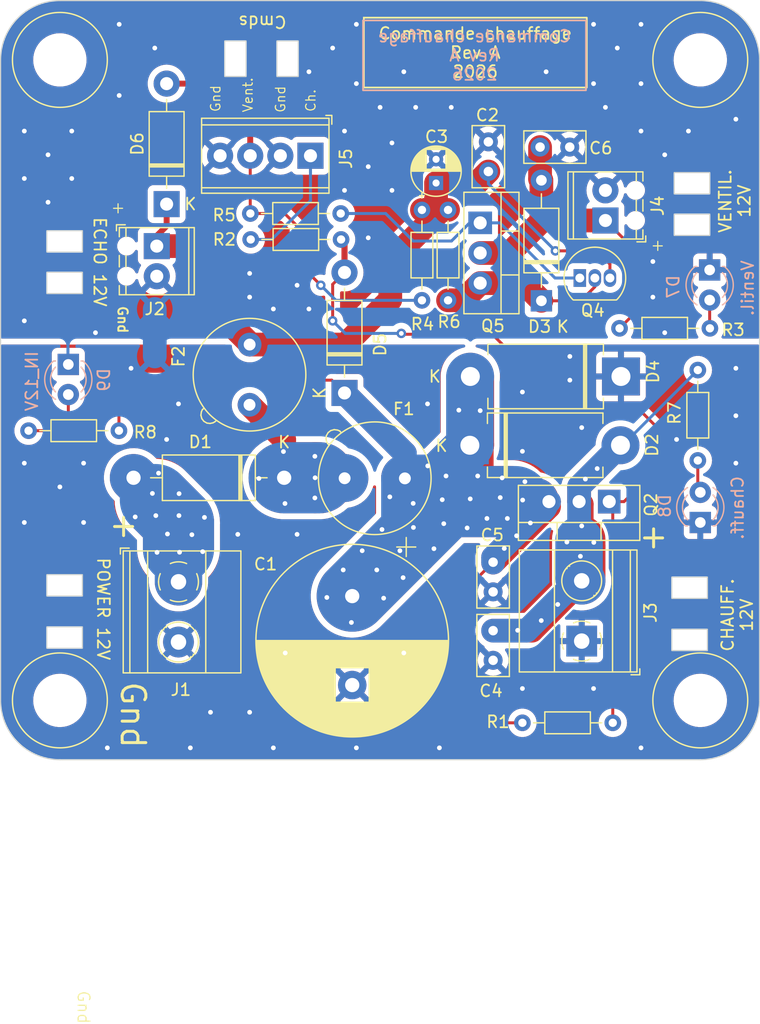
<source format=kicad_pcb>
(kicad_pcb (version 20221018) (generator pcbnew)
  (layers (0 "F.Cu" signal) (31 "B.Cu" signal) (34 "B.Paste" user) (35 "F.Paste" user) (36 "B.SilkS" user "B.Silkscreen") (37 "F.SilkS" user "F.Silkscreen") (38 "B.Mask" user) (39 "F.Mask" user) (44 "Edge.Cuts" user))
  (net 0 "")
  (net 1 "GND")
  (net 2 "POWER_12V")
  (net 3 "Net-(D1-K)")
  (net 4 "Net-(D1-A)")
  (net 5 "Net-(D2-A)")
  (net 6 "Net-(D3-K)")
  (net 7 "Net-(D3-A)")
  (net 8 "CMD_CHAUFFAGE")
  (net 9 "Net-(Q4-C)")
  (net 10 "CMD_VENTIL")
  (net 11 "Net-(D5-A)")
  (net 12 "Net-(D7-A)")
  (net 13 "Net-(D8-A)")
  (net 14 "Net-(D9-A)")
  (net 15 "SMALL_12V")
  (net 16 "GNDPWR")
  (footprint "Capacitor_THT:CP_Radial_D4.0mm_P2.00mm" (layer "F.Cu") (at 140.72 84.38 90)
    (fp_text reference "C3" (at 3.9 0.04) (layer "F.SilkS"))
    (fp_text value "20µ")
    (pad "1" thru_hole rect (at 0 0 90) (size 1.2 1.2) (drill 0.6) (layers "*.Cu" "*.Mask") (net 15 "SMALL_12V"))
    (pad "2" thru_hole circle (at 2 0 90) (size 1.2 1.2) (drill 0.6) (layers "*.Cu" "*.Mask") (net 1 "GND"))
  )
  (footprint "Resistor_THT:R_Axial_DIN0204_L3.6mm_D1.6mm_P7.62mm_Horizontal" (layer "F.Cu") (at 148 129.89)
    (fp_text reference "R1" (at -2.06 -0.08) (layer "F.SilkS"))
    (fp_text value "100k")
    (pad "1" thru_hole circle (at 0 0) (size 1.4 1.4) (drill 0.7) (layers "*.Cu" "*.Mask") (net 2 "POWER_12V"))
    (pad "2" thru_hole oval (at 7.62 0) (size 1.4 1.4) (drill 0.7) (layers "*.Cu" "*.Mask") (net 11 "Net-(D5-A)"))
  )
  (footprint "Capacitor_THT:C_Disc_D5.0mm_W2.5mm_P2.50mm" (layer "F.Cu") (at 145.53 116.35 -90)
    (fp_text reference "C5" (at -2.29 0.07 -180) (layer "F.SilkS"))
    (fp_text value "100n")
    (pad "1" thru_hole circle (at 0 0 270) (size 1.6 1.6) (drill 0.8) (layers "*.Cu" "*.Mask") (net 2 "POWER_12V"))
    (pad "2" thru_hole circle (at 2.5 0 270) (size 1.6 1.6) (drill 0.8) (layers "*.Cu" "*.Mask") (net 16 "GNDPWR"))
  )
  (footprint "TerminalBlock_Phoenix:TerminalBlock_Phoenix_MPT-0,5-4-2.54_1x04_P2.54mm_Horizontal" (layer "F.Cu") (at 130.13 82.08 180)
    (fp_text reference "J5" (at -2.99 -0.24 90) (layer "F.SilkS"))
    (fp_text value "Cmds")
    (pad "1" thru_hole rect (at 0 0 180) (size 2.2 2.2) (drill 1.1) (layers "*.Cu" "*.Mask") (net 8 "CMD_CHAUFFAGE"))
    (pad "2" thru_hole circle (at 2.54 0 180) (size 2.2 2.2) (drill 1.1) (layers "*.Cu" "*.Mask") (net 1 "GND"))
    (pad "3" thru_hole circle (at 5.08 0 180) (size 2.2 2.2) (drill 1.1) (layers "*.Cu" "*.Mask") (net 10 "CMD_VENTIL"))
    (pad "4" thru_hole circle (at 7.62 0 180) (size 2.2 2.2) (drill 1.1) (layers "*.Cu" "*.Mask") (net 1 "GND"))
  )
  (footprint "Resistor_THT:R_Axial_DIN0204_L3.6mm_D1.6mm_P7.62mm_Horizontal" (layer "F.Cu") (at 113.98 105.26 180)
    (fp_text reference "R8" (at -2.22 -0.13) (layer "F.SilkS"))
    (fp_text value "1k")
    (pad "1" thru_hole circle (at 0 0 180) (size 1.4 1.4) (drill 0.7) (layers "*.Cu" "*.Mask") (net 2 "POWER_12V"))
    (pad "2" thru_hole oval (at 7.62 0 180) (size 1.4 1.4) (drill 0.7) (layers "*.Cu" "*.Mask") (net 14 "Net-(D9-A)"))
  )
  (footprint "Package_TO_SOT_THT:TO-220-3_Vertical" (layer "F.Cu") (at 144.44 87.74 -90)
    (fp_text reference "Q5" (at 8.69 -1.07) (layer "F.SilkS"))
    (fp_text value "P03P4L-04")
    (pad "1" thru_hole rect (at 0 0 270) (size 1.905 2) (drill 1.1) (layers "*.Cu" "*.Mask") (net 9 "Net-(Q4-C)"))
    (pad "2" thru_hole oval (at 2.54 0 270) (size 1.905 2) (drill 1.1) (layers "*.Cu" "*.Mask") (net 7 "Net-(D3-A)"))
    (pad "3" thru_hole oval (at 5.08 0 270) (size 1.905 2) (drill 1.1) (layers "*.Cu" "*.Mask") (net 6 "Net-(D3-K)"))
  )
  (footprint "TerminalBlock_Phoenix:TerminalBlock_Phoenix_MKDS-1,5-2-5.08_1x02_P5.08mm_Horizontal" (layer "F.Cu") (at 153 123 90)
    (fp_text reference "J3" (at 2.4 5.8 270) (layer "F.SilkS"))
    (fp_text value "Chauffage 12V")
    (pad "1" thru_hole rect (at 0 0 90) (size 2.6 2.6) (drill 1.3) (layers "*.Cu" "*.Mask") (net 16 "GNDPWR"))
    (pad "2" thru_hole circle (at 5.08 0 90) (size 2.6 2.6) (drill 1.3) (layers "*.Cu" "*.Mask") (net 5 "Net-(D2-A)"))
  )
  (footprint "Capacitor_THT:C_Disc_D5.0mm_W2.5mm_P2.50mm" (layer "F.Cu") (at 145.13 83.41 90)
    (fp_text reference "C2" (at 4.75 -0.08 180) (layer "F.SilkS"))
    (fp_text value "100n")
    (pad "1" thru_hole circle (at 0 0 90) (size 1.6 1.6) (drill 0.8) (layers "*.Cu" "*.Mask") (net 15 "SMALL_12V"))
    (pad "2" thru_hole circle (at 2.5 0 90) (size 1.6 1.6) (drill 0.8) (layers "*.Cu" "*.Mask") (net 1 "GND"))
  )
  (footprint "Resistor_THT:R_Axial_DIN0204_L3.6mm_D1.6mm_P7.62mm_Horizontal" (layer "F.Cu") (at 139.53 86.65 -90)
    (fp_text reference "R4" (at 9.63 -0.04) (layer "F.SilkS"))
    (fp_text value "100k")
    (pad "1" thru_hole circle (at 0 0 270) (size 1.4 1.4) (drill 0.7) (layers "*.Cu" "*.Mask") (net 15 "SMALL_12V"))
    (pad "2" thru_hole oval (at 7.62 0 270) (size 1.4 1.4) (drill 0.7) (layers "*.Cu" "*.Mask") (net 10 "CMD_VENTIL"))
  )
  (footprint "bpc:BPC_Trou4mm_Fixation" (layer "F.Cu") (at 109 128)
    (fp_text reference "X3" hide)
    (fp_text value "Trou")
    (pad "" np_thru_hole circle (at 0 0) (size 4 4) (drill 4) (layers "*.Cu" "*.Mask"))
  )
  (footprint "Diode_THT:D_DO-201AD_P12.70mm_Horizontal" (layer "F.Cu") (at 143.57 106.49)
    (fp_text reference "D2" (at 15.36 -0.02 -90) (layer "F.SilkS"))
    (fp_text value "6A10")
    (fp_text user "K" (at -2.39 0.04) (layer "F.SilkS"))
    (pad "1" thru_hole rect (at 0 0) (size 3.2 3.2) (drill 1.6) (layers "*.Cu" "*.Mask") (net 2 "POWER_12V"))
    (pad "2" thru_hole oval (at 12.7 0) (size 3.2 3.2) (drill 1.6) (layers "*.Cu" "*.Mask") (net 5 "Net-(D2-A)"))
  )
  (footprint "Capacitor_THT:C_Disc_D5.0mm_W2.5mm_P2.50mm" (layer "F.Cu") (at 151.99 81.35 180)
    (fp_text reference "C6" (at -2.62 -0.09) (layer "F.SilkS"))
    (fp_text value "100n")
    (pad "1" thru_hole circle (at 0 0 180) (size 1.6 1.6) (drill 0.8) (layers "*.Cu" "*.Mask") (net 1 "GND"))
    (pad "2" thru_hole circle (at 2.5 0 180) (size 1.6 1.6) (drill 0.8) (layers "*.Cu" "*.Mask") (net 7 "Net-(D3-A)"))
  )
  (footprint "Capacitor_THT:C_Disc_D5.0mm_W2.5mm_P2.50mm" (layer "F.Cu") (at 145.53 124.62 90)
    (fp_text reference "C4" (at -2.58 -0.18 180) (layer "F.SilkS"))
    (fp_text value "100n")
    (pad "1" thru_hole circle (at 0 0 90) (size 1.6 1.6) (drill 0.8) (layers "*.Cu" "*.Mask") (net 16 "GNDPWR"))
    (pad "2" thru_hole circle (at 2.5 0 90) (size 1.6 1.6) (drill 0.8) (layers "*.Cu" "*.Mask") (net 5 "Net-(D2-A)"))
  )
  (footprint "bpc:BPC_Trou4mm_Fixation" (layer "F.Cu") (at 163 128)
    (fp_text reference "X4" hide)
    (fp_text value "Trou")
    (pad "" np_thru_hole circle (at 0 0) (size 4 4) (drill 4) (layers "*.Cu" "*.Mask"))
  )
  (footprint "Resistor_THT:R_Axial_DIN0204_L3.6mm_D1.6mm_P7.62mm_Horizontal" (layer "F.Cu") (at 141.73 94.27 90)
    (fp_text reference "R6" (at -1.81 0.09) (layer "F.SilkS"))
    (fp_text value "30")
    (pad "1" thru_hole circle (at 0 0 90) (size 1.4 1.4) (drill 0.7) (layers "*.Cu" "*.Mask") (net 6 "Net-(D3-K)"))
    (pad "2" thru_hole oval (at 7.62 0 90) (size 1.4 1.4) (drill 0.7) (layers "*.Cu" "*.Mask") (net 15 "SMALL_12V"))
  )
  (footprint "TerminalBlock_Phoenix:TerminalBlock_Phoenix_MKDS-1,5-2-5.08_1x02_P5.08mm_Horizontal" (layer "F.Cu") (at 119 118 -90)
    (fp_text reference "J1" (at 9.1 -0.2) (layer "F.SilkS"))
    (fp_text value "Alim 12V")
    (pad "1" thru_hole rect (at 0 0 270) (size 2.6 2.6) (drill 1.3) (layers "*.Cu" "*.Mask") (net 4 "Net-(D1-A)"))
    (pad "2" thru_hole circle (at 5.08 0 270) (size 2.6 2.6) (drill 1.3) (layers "*.Cu" "*.Mask") (net 16 "GNDPWR"))
  )
  (footprint "Fuse:Fuseholder_TR5_Littelfuse_No560_No460" (layer "F.Cu") (at 138.09 109.28 180)
    (fp_text reference "F1" (at 0.09 5.85 180) (layer "F.SilkS"))
    (fp_text value "7A")
    (pad "1" thru_hole circle (at 0 0 180) (size 2 2) (drill 1) (layers "*.Cu" "*.Mask") (net 2 "POWER_12V"))
    (pad "2" thru_hole circle (at 5.08 0.01 180) (size 2 2) (drill 1) (layers "*.Cu" "*.Mask") (net 3 "Net-(D1-K)"))
  )
  (footprint "Resistor_THT:R_Axial_DIN0204_L3.6mm_D1.6mm_P7.62mm_Horizontal" (layer "F.Cu") (at 125.09 89.14)
    (fp_text reference "R2" (at -2.22 0) (layer "F.SilkS"))
    (fp_text value "220")
    (pad "1" thru_hole circle (at 0 0) (size 1.4 1.4) (drill 0.7) (layers "*.Cu" "*.Mask") (net 8 "CMD_CHAUFFAGE"))
    (pad "2" thru_hole oval (at 7.62 0) (size 1.4 1.4) (drill 0.7) (layers "*.Cu" "*.Mask") (net 11 "Net-(D5-A)"))
  )
  (footprint "Fuse:Fuseholder_TR5_Littelfuse_No560_No460" (layer "F.Cu") (at 125 98 -90)
    (fp_text reference "F2" (at 1 6 90) (layer "F.SilkS"))
    (fp_text value "500mA")
    (pad "1" thru_hole circle (at 0 0 270) (size 2 2) (drill 1) (layers "*.Cu" "*.Mask") (net 15 "SMALL_12V"))
    (pad "2" thru_hole circle (at 5.08 0.01 270) (size 2 2) (drill 1) (layers "*.Cu" "*.Mask") (net 3 "Net-(D1-K)"))
  )
  (footprint "Package_TO_SOT_THT:TO-220-3_Vertical" (layer "F.Cu") (at 155.32 111.24 180)
    (fp_text reference "Q2" (at -3.52 -0.26 90) (layer "F.SilkS"))
    (fp_text value "P03P4L-04")
    (pad "1" thru_hole rect (at 0 0 180) (size 1.905 2) (drill 1.1) (layers "*.Cu" "*.Mask") (net 11 "Net-(D5-A)"))
    (pad "2" thru_hole oval (at 2.54 0 180) (size 1.905 2) (drill 1.1) (layers "*.Cu" "*.Mask") (net 5 "Net-(D2-A)"))
    (pad "3" thru_hole oval (at 5.08 0 180) (size 1.905 2) (drill 1.1) (layers "*.Cu" "*.Mask") (net 2 "POWER_12V"))
  )
  (footprint "Resistor_THT:R_Axial_DIN0204_L3.6mm_D1.6mm_P7.62mm_Horizontal" (layer "F.Cu") (at 156.19 96.63)
    (fp_text reference "R3" (at 9.58 0.13 180) (layer "F.SilkS"))
    (fp_text value "1k")
    (pad "1" thru_hole circle (at 0 0) (size 1.4 1.4) (drill 0.7) (layers "*.Cu" "*.Mask") (net 7 "Net-(D3-A)"))
    (pad "2" thru_hole oval (at 7.62 0) (size 1.4 1.4) (drill 0.7) (layers "*.Cu" "*.Mask") (net 12 "Net-(D7-A)"))
  )
  (footprint "bpc:BPC_Trou4mm_Fixation" (layer "F.Cu") (at 109 74)
    (fp_text reference "X1" hide)
    (fp_text value "Trou")
    (pad "" np_thru_hole circle (at 0 0) (size 4 4) (drill 4) (layers "*.Cu" "*.Mask"))
  )
  (footprint "TerminalBlock_Phoenix:TerminalBlock_Phoenix_MPT-0,5-2-2.54_1x02_P2.54mm_Horizontal" (layer "F.Cu") (at 155 87.54 90)
    (fp_text reference "J4" (at 1.24 4.4 270) (layer "F.SilkS"))
    (fp_text value "Ventil 12V" hide)
    (pad "" np_thru_hole circle (at 0 2.54 90) (size 1.1 1.1) (drill 1.1) (layers "*.Cu" "*.Mask"))
    (pad "" np_thru_hole circle (at 2.54 2.54 90) (size 1.1 1.1) (drill 1.1) (layers "*.Cu" "*.Mask"))
    (pad "1" thru_hole rect (at 0 0 90) (size 2.2 2.2) (drill 1.1) (layers "*.Cu" "*.Mask") (net 7 "Net-(D3-A)"))
    (pad "2" thru_hole circle (at 2.54 0 90) (size 2.2 2.2) (drill 1.1) (layers "*.Cu" "*.Mask") (net 1 "GND"))
  )
  (footprint "Resistor_THT:R_Axial_DIN0204_L3.6mm_D1.6mm_P7.62mm_Horizontal" (layer "F.Cu") (at 162.79 100.15 -90)
    (fp_text reference "R7" (at 3.62 1.97 90) (layer "F.SilkS"))
    (fp_text value "1k")
    (pad "1" thru_hole circle (at 0 0 270) (size 1.4 1.4) (drill 0.7) (layers "*.Cu" "*.Mask") (net 5 "Net-(D2-A)"))
    (pad "2" thru_hole oval (at 7.62 0 270) (size 1.4 1.4) (drill 0.7) (layers "*.Cu" "*.Mask") (net 13 "Net-(D8-A)"))
  )
  (footprint "Diode_THT:D_A-405_P10.16mm_Horizontal" (layer "F.Cu") (at 149.6 94.31 90)
    (fp_text reference "D3" (at -2.18 -0.15 180) (layer "F.SilkS"))
    (fp_text value "1N5822")
    (fp_text user "K" (at -2.18 1.8 180) (layer "F.SilkS"))
    (pad "1" thru_hole rect (at 0 0 90) (size 1.8 1.8) (drill 0.9) (layers "*.Cu" "*.Mask") (net 6 "Net-(D3-K)"))
    (pad "2" thru_hole oval (at 10.16 0 90) (size 1.8 1.8) (drill 0.9) (layers "*.Cu" "*.Mask") (net 7 "Net-(D3-A)"))
  )
  (footprint "Diode_THT:D_DO-201AD_P12.70mm_Horizontal" (layer "F.Cu") (at 156.31 100.69 180)
    (fp_text reference "D4" (at -2.7 0.41 90) (layer "F.SilkS"))
    (fp_text value "P6KE18A")
    (fp_text user "K" (at 15.7 0) (layer "F.SilkS"))
    (pad "1" thru_hole rect (at 0 0 180) (size 3.2 3.2) (drill 1.6) (layers "*.Cu" "*.Mask") (net 16 "GNDPWR"))
    (pad "2" thru_hole oval (at 12.7 0 180) (size 3.2 3.2) (drill 1.6) (layers "*.Cu" "*.Mask") (net 2 "POWER_12V"))
  )
  (footprint "TerminalBlock_Phoenix:TerminalBlock_Phoenix_MPT-0,5-2-2.54_1x02_P2.54mm_Horizontal" (layer "F.Cu") (at 117.17 89.7 -90)
    (fp_text reference "J2" (at 5.3 0.17) (layer "F.SilkS"))
    (fp_text value "Output 12V/500mA")
    (pad "" np_thru_hole circle (at 0 2.54 270) (size 1.1 1.1) (drill 1.1) (layers "*.Cu" "*.Mask"))
    (pad "" np_thru_hole circle (at 2.54 2.54 270) (size 1.1 1.1) (drill 1.1) (layers "*.Cu" "*.Mask"))
    (pad "1" thru_hole rect (at 0 0 270) (size 2.2 2.2) (drill 1.1) (layers "*.Cu" "*.Mask") (net 15 "SMALL_12V"))
    (pad "2" thru_hole circle (at 2.54 0 270) (size 2.2 2.2) (drill 1.1) (layers "*.Cu" "*.Mask") (net 1 "GND"))
  )
  (footprint "Resistor_THT:R_Axial_DIN0204_L3.6mm_D1.6mm_P7.62mm_Horizontal" (layer "F.Cu") (at 125.06 86.95)
    (fp_text reference "R5" (at -2.21 0.14) (layer "F.SilkS"))
    (fp_text value "5k")
    (pad "1" thru_hole circle (at 0 0) (size 1.4 1.4) (drill 0.7) (layers "*.Cu" "*.Mask") (net 10 "CMD_VENTIL"))
    (pad "2" thru_hole oval (at 7.62 0) (size 1.4 1.4) (drill 0.7) (layers "*.Cu" "*.Mask") (net 9 "Net-(Q4-C)"))
  )
  (footprint "Package_TO_SOT_THT:TO-92_Inline" (layer "F.Cu") (at 152.84 92.39)
    (fp_text reference "Q4" (at 1.09 2.74) (layer "F.SilkS"))
    (fp_text value "BC557")
    (pad "1" thru_hole rect (at 0 0) (size 1.05 1.5) (drill 0.75) (layers "*.Cu" "*.Mask") (net 9 "Net-(Q4-C)"))
    (pad "2" thru_hole oval (at 1.27 0) (size 1.05 1.5) (drill 0.75) (layers "*.Cu" "*.Mask") (net 6 "Net-(D3-K)"))
    (pad "3" thru_hole oval (at 2.54 0) (size 1.05 1.5) (drill 0.75) (layers "*.Cu" "*.Mask") (net 15 "SMALL_12V"))
  )
  (footprint "Diode_THT:D_DO-41_SOD81_P10.16mm_Horizontal" (layer "F.Cu") (at 118 86.16 90)
    (fp_text reference "D6" (at 5.08 -2.47 90) (layer "F.SilkS"))
    (fp_text value "1N4744A")
    (fp_text user "K" (at 0 2 180) (layer "F.SilkS"))
    (pad "1" thru_hole rect (at 0 0 90) (size 2.2 2.2) (drill 1.1) (layers "*.Cu" "*.Mask") (net 15 "SMALL_12V"))
    (pad "2" thru_hole oval (at 10.16 0 90) (size 2.2 2.2) (drill 1.1) (layers "*.Cu" "*.Mask") (net 10 "CMD_VENTIL"))
  )
  (footprint "Diode_THT:D_DO-15_P12.70mm_Horizontal" (layer "F.Cu") (at 127.91 109.23 180)
    (fp_text reference "D1" (at 7.07 3.02) (layer "F.SilkS"))
    (fp_text value "SR1060")
    (fp_text user "K" (at 0 3) (layer "F.SilkS"))
    (pad "1" thru_hole rect (at 0 0 180) (size 2.4 2.4) (drill 1.2) (layers "*.Cu" "*.Mask") (net 3 "Net-(D1-K)"))
    (pad "2" thru_hole oval (at 12.7 0 180) (size 2.4 2.4) (drill 1.2) (layers "*.Cu" "*.Mask") (net 4 "Net-(D1-A)"))
  )
  (footprint "Capacitor_THT:CP_Radial_D16.0mm_P7.50mm" (layer "F.Cu") (at 133.65 119.207246 -90)
    (fp_text reference "C1" (at -2.69 7.31) (layer "F.SilkS"))
    (fp_text value "1000µF")
    (pad "1" thru_hole rect (at 0 0 270) (size 2.4 2.4) (drill 1.2) (layers "*.Cu" "*.Mask") (net 2 "POWER_12V"))
    (pad "2" thru_hole circle (at 7.5 0 270) (size 2.4 2.4) (drill 1.2) (layers "*.Cu" "*.Mask") (net 16 "GNDPWR"))
  )
  (footprint "bpc:BPC_Trou4mm_Fixation" (layer "F.Cu") (at 163 74)
    (fp_text reference "X2" hide)
    (fp_text value "Trou")
    (pad "" np_thru_hole circle (at 0 0) (size 4 4) (drill 4) (layers "*.Cu" "*.Mask"))
  )
  (footprint "Diode_THT:D_DO-41_SOD81_P10.16mm_Horizontal" (layer "F.Cu") (at 133 102.08 90)
    (fp_text reference "D5" (at 4.08 3 90) (layer "F.SilkS"))
    (fp_text value "1N4744A")
    (fp_text user "K" (at 0 -2.1 90) (layer "F.SilkS"))
    (pad "1" thru_hole rect (at 0 0 90) (size 2.2 2.2) (drill 1.1) (layers "*.Cu" "*.Mask") (net 2 "POWER_12V"))
    (pad "2" thru_hole oval (at 10.16 0 90) (size 2.2 2.2) (drill 1.1) (layers "*.Cu" "*.Mask") (net 11 "Net-(D5-A)"))
  )
  (footprint "LED_THT:LED_D3.0mm" (layer "B.Cu") (at 163 113 90)
    (fp_text reference "D8" (at 1.39 -3 90) (layer "B.SilkS") (effects (justify mirror)))
    (fp_text value "LED")
    (pad "1" thru_hole rect (at 0 0 90) (size 1.8 1.8) (drill 0.9) (layers "*.Cu" "*.Mask") (net 16 "GNDPWR"))
    (pad "2" thru_hole circle (at 2.54 0 90) (size 1.8 1.8) (drill 0.9) (layers "*.Cu" "*.Mask") (net 13 "Net-(D8-A)"))
  )
  (footprint "LED_THT:LED_D3.0mm" (layer "B.Cu") (at 163.79 91.71 -90)
    (fp_text reference "D7" (at 1.42 3.07 90) (layer "B.SilkS") (effects (justify mirror)))
    (fp_text value "LED")
    (pad "1" thru_hole rect (at 0 0 270) (size 1.8 1.8) (drill 0.9) (layers "*.Cu" "*.Mask") (net 1 "GND"))
    (pad "2" thru_hole circle (at 2.54 0 270) (size 1.8 1.8) (drill 0.9) (layers "*.Cu" "*.Mask") (net 12 "Net-(D7-A)"))
  )
  (footprint "NetTie:NetTie-2_SMD_Pad2.0mm" (layer "B.Cu") (at 117 97 -90)
    (fp_text reference "NT1" hide)
    (fp_text value "NetTie_2" hide)
    (fp_poly (pts (xy -2 1) (xy 2 1) (xy 2 -1) (xy -2 -1)) (fill solid) (layer "B.Cu"))
    (pad "1" smd circle (at -2 0 270) (size 2 2) (layers "B.Cu") (net 1 "GND"))
    (pad "2" smd circle (at 2 0 270) (size 2 2) (layers "B.Cu") (net 16 "GNDPWR"))
  )
  (footprint "LED_THT:LED_D3.0mm" (layer "B.Cu") (at 109.71 99.675 -90)
    (fp_text reference "D9" (at 1.3 -3 90) (layer "B.SilkS") (effects (justify mirror)))
    (fp_text value "LED")
    (pad "1" thru_hole rect (at 0 0 270) (size 1.8 1.8) (drill 0.9) (layers "*.Cu" "*.Mask") (net 1 "GND"))
    (pad "2" thru_hole circle (at 2.54 0 270) (size 1.8 1.8) (drill 0.9) (layers "*.Cu" "*.Mask") (net 14 "Net-(D9-A)"))
  )
  (gr_arc (start 163 69) (mid 166.535534 70.464466) (end 168 74) (stroke (width 0.1)) (layer "Edge.Cuts"))
  (gr_rect (start 122.9 75.4) (end 124.7 72.4) (stroke (width 0.1)) (fill none) (layer "Edge.Cuts"))
  (gr_arc (start 109 133) (mid 105.464466 131.535534) (end 104 128) (stroke (width 0.1)) (layer "Edge.Cuts"))
  (gr_line (start 163 69) (end 109 69) (stroke (width 0.1)) (layer "Edge.Cuts"))
  (gr_rect (start 107.9 88.4) (end 110.9 90.2) (stroke (width 0.1)) (fill none) (layer "Edge.Cuts"))
  (gr_line (start 109 133) (end 163 133) (stroke (width 0.1)) (layer "Edge.Cuts"))
  (gr_line (start 104 74) (end 104 128) (stroke (width 0.1)) (layer "Edge.Cuts"))
  (gr_rect (start 160.8 87) (end 163.8 88.8) (stroke (width 0.1)) (fill none) (layer "Edge.Cuts"))
  (gr_rect (start 107.9 91.9) (end 110.9 93.7) (stroke (width 0.1)) (fill none) (layer "Edge.Cuts"))
  (gr_rect (start 127.3 75.4) (end 129.1 72.4) (stroke (width 0.1)) (fill none) (layer "Edge.Cuts"))
  (gr_rect (start 160.6 122) (end 163.6 123.8) (stroke (width 0.1)) (fill none) (layer "Edge.Cuts"))
  (gr_rect (start 160.8 83.5) (end 163.8 85.3) (stroke (width 0.1)) (fill none) (layer "Edge.Cuts"))
  (gr_line (start 168 128) (end 168 74) (stroke (width 0.1)) (layer "Edge.Cuts"))
  (gr_arc (start 104 74) (mid 105.464466 70.464466) (end 109 69) (stroke (width 0.1)) (layer "Edge.Cuts"))
  (gr_rect (start 160.6 117.6) (end 163.6 119.4) (stroke (width 0.1)) (fill none) (layer "Edge.Cuts"))
  (gr_rect (start 107.9 121.8) (end 110.9 123.6) (stroke (width 0.1)) (fill none) (layer "Edge.Cuts"))
  (gr_rect (start 107.9 117.4) (end 110.9 119.2) (stroke (width 0.1)) (fill none) (layer "Edge.Cuts"))
  (gr_arc (start 168 128) (mid 166.535534 131.535534) (end 163 133) (stroke (width 0.1)) (layer "Edge.Cuts"))
  (gr_text "IN_12V" (at 107.22 98.46 -270) (layer "B.SilkS") (effects (font (size 1 1)) (justify left bottom mirror)))
  (gr_text "Ventil." (at 167.58 90.81 90) (layer "B.SilkS") (effects (font (size 1 1)) (justify left bottom mirror)))
  (gr_text "Chauff." (at 166.73 109 90) (layer "B.SilkS") (effects (font (size 1 1)) (justify left bottom mirror)))
  (gr_text "Gnd" (at 128.07 78.51 90) (layer "F.SilkS") (effects (font (size 0.8 0.8) (thickness 0.1)) (justify left bottom)))
  (gr_text "Gnd" (at 113.82 94.67 -90) (layer "F.SilkS") (effects (font (size 0.8 0.8) (thickness 0.16) bold) (justify left bottom)))
  (gr_text "ECHO 12V" (at 111.78 87.17 270) (layer "F.SilkS") (effects (font (size 1 1)) (justify left bottom)))
  (gr_text "Gnd" (at 122.6 78.45 90) (layer "F.SilkS") (effects (font (size 0.8 0.8) (thickness 0.1)) (justify left bottom)))
  (gr_text "VENTIL.\n12V" (at 167.3 85.9 90) (layer "F.SilkS") (effects (font (size 1 1)) (justify bottom)))
  (gr_text "Gnd" (at 113.99 126.25 -90) (layer "F.SilkS") (effects (font (size 2 2) (thickness 0.25)) (justify left bottom)))
  (gr_text "Vent." (at 125.32 78.48 90) (layer "F.SilkS") (effects (font (size 0.8 0.8) (thickness 0.1)) (justify left bottom)))
  (gr_text "Gnd" (at 110.41 152.4 -90) (layer "F.SilkS") (effects (font (size 1 1) (thickness 0.1)) (justify left bottom)))
  (gr_text "CHAUFF.\n12V" (at 167.5 120.8 90) (layer "F.SilkS") (effects (font (size 1 1)) (justify bottom)))
  (gr_text "+" (at 158.73 90.19) (layer "F.SilkS") (effects (font (size 1 1) (thickness 0.1)) (justify left bottom)))
  (gr_text "POWER 12V" (at 112.08 115.88 270) (layer "F.SilkS") (effects (font (size 1 1)) (justify left bottom)))
  (gr_text "+" (at 157.66 115.32) (layer "F.SilkS") (effects (font (size 2 2) (thickness 0.25)) (justify left bottom)))
  (gr_text "Cmds" (at 128.2 70.2 180) (layer "F.SilkS") (effects (font (size 1 1)) (justify left bottom)))
  (gr_text "Ch." (at 130.62 78.44 90) (layer "F.SilkS") (effects (font (size 0.8 0.8) (thickness 0.1)) (justify left bottom)))
  (gr_text "+" (at 113.22 87.02) (layer "F.SilkS") (effects (font (size 1 1) (thickness 0.1)) (justify left bottom)))
  (gr_text "+" (at 112.97 114.36) (layer "F.SilkS") (effects (font (size 2 2) (thickness 0.25)) (justify left bottom)))
  (gr_text_box "Commande chauffage\nRev A\n2026" (start 153.36 70.67) (end 134.56 76.56) (layer "B.SilkS") (effects (font (size 1 1)) (justify top mirror)) (stroke (width 0.15)))
  (gr_text_box "Commande chauffage\nRev A\n2026" (start 134.63 70.44) (end 153.43 76.33) (layer "F.SilkS") (effects (font (size 1 1)) (justify top)) (stroke (width 0.15)))
  (via (at 155 78) (size 0.8) (drill 0.4) (layers "F.Cu" "B.Cu") (net 1))
  (via (at 110 80) (size 0.8) (drill 0.4) (layers "F.Cu" "B.Cu") (net 1))
  (via (at 159 91) (size 0.8) (drill 0.4) (layers "F.Cu" "B.Cu") (net 1))
  (via (at 106 96) (size 0.8) (drill 0.4) (layers "F.Cu" "B.Cu") (net 1))
  (via (at 135 83) (size 0.8) (drill 0.4) (layers "F.Cu" "B.Cu") (net 1))
  (via (at 136 78) (size 0.8) (drill 0.4) (layers "F.Cu" "B.Cu") (net 1))
  (via (at 154 71) (size 0.8) (drill 0.4) (layers "F.Cu" "B.Cu") (net 1))
  (via (at 135 89) (size 0.8) (drill 0.4) (layers "F.Cu" "B.Cu") (net 1))
  (via (at 108 82) (size 0.8) (drill 0.4) (layers "F.Cu" "B.Cu") (net 1))
  (via (at 137 81) (size 0.8) (drill 0.4) (layers "F.Cu" "B.Cu") (net 1))
  (via (at 117 73) (size 0.8) (drill 0.4) (layers "F.Cu" "B.Cu") (net 1))
  (via (at 158 76) (size 0.8) (drill 0.4) (layers "F.Cu" "B.Cu") (net 1))
  (via (at 130 75) (size 0.8) (drill 0.4) (layers "F.Cu" "B.Cu") (net 1))
  (via (at 160 97) (size 0.8) (drill 0.4) (layers "F.Cu" "B.Cu") (net 1))
  (via (at 158 80) (size 0.8) (drill 0.4) (layers "F.Cu" "B.Cu") (net 1))
  (via (at 106 84) (size 0.8) (drill 0.4) (layers "F.Cu" "B.Cu") (net 1))
  (via (at 142 78) (size 0.8) (drill 0.4) (layers "F.Cu" "B.Cu") (net 1))
  (via (at 166 79) (size 0.8) (drill 0.4) (layers "F.Cu" "B.Cu") (net 1))
  (via (at 114 77) (size 0.8) (drill 0.4) (layers "F.Cu" "B.Cu") (net 1))
  (via (at 112 97) (size 0.8) (drill 0.4) (layers "F.Cu" "B.Cu") (net 1))
  (via (at 133 80) (size 0.8) (drill 0.4) (layers "F.Cu" "B.Cu") (net 1))
  (via (at 127 95) (size 0.8) (drill 0.4) (layers "F.Cu" "B.Cu") (net 1))
  (via (at 110 84) (size 0.8) (drill 0.4) (layers "F.Cu" "B.Cu") (net 1))
  (via (at 139 78) (size 0.8) (drill 0.4) (layers "F.Cu" "B.Cu") (net 1))
  (via (at 132 73) (size 0.8) (drill 0.4) (layers "F.Cu" "B.Cu") (net 1))
  (via (at 160 82) (size 0.8) (drill 0.4) (layers "F.Cu" "B.Cu") (net 1))
  (via (at 156 73) (size 0.8) (drill 0.4) (layers "F.Cu" "B.Cu") (net 1))
  (via (at 129 93) (size 0.8) (drill 0.4) (layers "F.Cu" "B.Cu") (net 1))
  (via (at 159 94) (size 0.8) (drill 0.4) (layers "F.Cu" "B.Cu") (net 1))
  (via (at 138 75) (size 0.8) (drill 0.4) (layers "F.Cu" "B.Cu") (net 1))
  (via (at 150 75) (size 0.8) (drill 0.4) (layers "F.Cu" "B.Cu") (net 1))
  (via (at 108 86) (size 0.8) (drill 0.4) (layers "F.Cu" "B.Cu") (net 1))
  (via (at 154 76) (size 0.8) (drill 0.4) (layers "F.Cu" "B.Cu") (net 1))
  (via (at 158 71) (size 0.8) (drill 0.4) (layers "F.Cu" "B.Cu") (net 1))
  (via (at 133 85) (size 0.8) (drill 0.4) (layers "F.Cu" "B.Cu") (net 1))
  (via (at 162 80) (size 0.8) (drill 0.4) (layers "F.Cu" "B.Cu") (net 1))
  (via (at 130 95) (size 0.8) (drill 0.4) (layers "F.Cu" "B.Cu") (net 1))
  (via (at 134 71) (size 0.8) (drill 0.4) (layers "F.Cu" "B.Cu") (net 1))
  (via (at 114 71) (size 0.8) (drill 0.4) (layers "F.Cu" "B.Cu") (net 1))
  (via (at 125 92) (size 0.8) (drill 0.4) (layers "F.Cu" "B.Cu") (net 1))
  (via (at 106 80) (size 0.8) (drill 0.4) (layers "F.Cu" "B.Cu") (net 1))
  (via (at 125 94) (size 0.8) (drill 0.4) (layers "F.Cu" "B.Cu") (net 1))
  (via (at 134 76) (size 0.8) (drill 0.4) (layers "F.Cu" "B.Cu") (net 1))
  (via (at 137 85) (size 0.8) (drill 0.4) (layers "F.Cu" "B.Cu") (net 1))
  (segment (start 109.71 99.675) (end 109.68 99.645) (width 0.25) (layer "B.Cu") (net 1))
  (segment (start 109.68 99.645) (end 109.68 96) (width 0.25) (layer "B.Cu") (net 1))
  (segment (start 109.68 96) (end 109.68 95.57) (width 0.25) (layer "B.Cu") (net 1))
  (segment (start 150.24 111.24) (end 149.09 111.24) (width 2) (layer "F.Cu") (net 2))
  (segment (start 143.61 106.45) (end 143.57 106.49) (width 4) (layer "F.Cu") (net 2))
  (segment (start 150.24 111.67) (end 145.53 116.38) (width 2) (layer "F.Cu") (net 2))
  (segment (start 143.57 109.287246) (end 133.65 119.207246) (width 4) (layer "F.Cu") (net 2))
  (segment (start 141.45 127.29) (end 141.45 120.43) (width 0.25) (layer "F.Cu") (net 2))
  (segment (start 113.98 103) (end 113.98 105.26) (width 0.25) (layer "F.Cu") (net 2))
  (segment (start 138.158623 114.698623) (end 141.617246 111.24) (width 6) (layer "F.Cu") (net 2))
  (segment (start 138.09 109.28) (end 138.158623 109.348623) (width 4) (layer "F.Cu") (net 2))
  (segment (start 143.61 100.69) (end 143.61 106.45) (width 4) (layer "F.Cu") (net 2))
  (segment (start 138.09 109.28) (end 140.78 109.28) (width 4) (layer "F.Cu") (net 2))
  (segment (start 138.09 109.28) (end 138.09 107.17) (width 2) (layer "F.Cu") (net 2))
  (segment (start 147.21 111.24) (end 149.09 111.24) (width 4) (layer "F.Cu") (net 2))
  (segment (start 145.53 116.38) (end 145.53 115.95) (width 2) (layer "F.Cu") (net 2))
  (segment (start 138.09 107.17) (end 133 102.08) (width 2) (layer "F.Cu") (net 2))
  (segment (start 143.57 106.49) (end 143.57 109.287246) (width 4) (layer "F.Cu") (net 2))
  (segment (start 149.09 111.24) (end 147.04 111.24) (width 2) (layer "F.Cu") (net 2))
  (segment (start 116 101) (end 115.99 100.99) (width 0.25) (layer "F.Cu") (net 2))
  (segment (start 133.65 119.207246) (end 138.158623 114.698623) (width 6) (layer "F.Cu") (net 2))
  (segment (start 131.92 101) (end 116 101) (width 0.25) (layer "F.Cu") (net 2))
  (segment (start 150.24 111.24) (end 150.24 111.67) (width 2) (layer "F.Cu") (net 2))
  (segment (start 147.04 111.24) (end 140.05 111.24) (width 2) (layer "F.Cu") (net 2))
  (segment (start 144.05 129.89) (end 141.45 127.29) (width 0.25) (layer "F.Cu") (net 2))
  (segment (start 140.05 111.24) (end 138.09 109.28) (width 4) (layer "F.Cu") (net 2))
  (segment (start 140.78 109.28) (end 143.57 106.49) (width 4) (layer "F.Cu") (net 2))
  (segment (start 115.99 100.99) (end 113.98 103) (width 0.25) (layer "F.Cu") (net 2))
  (segment (start 145.53 115.95) (end 150.24 111.24) (width 2) (layer "F.Cu") (net 2))
  (segment (start 141.617246 111.24) (end 140.05 111.24) (width 4) (layer "F.Cu") (net 2))
  (segment (start 148 129.89) (end 144.05 129.89) (width 0.25) (layer "F.Cu") (net 2))
  (segment (start 141.45 120.43) (end 145.53 116.35) (width 0.25) (layer "F.Cu") (net 2))
  (segment (start 141.617246 111.24) (end 147.04 111.24) (width 6) (layer "F.Cu") (net 2))
  (segment (start 138.158623 109.348623) (end 138.158623 114.698623) (width 4) (layer "F.Cu") (net 2))
  (segment (start 133 102.08) (end 131.92 101) (width 0.25) (layer "F.Cu") (net 2))
  (segment (start 141.617246 111.24) (end 147.21 111.24) (width 4) (layer "F.Cu") (net 2))
  (via (at 148.21 109.56) (size 0.8) (drill 0.4) (layers "F.Cu" "B.Cu") (net 2))
  (via (at 138.79 111.39) (size 0.8) (drill 0.4) (layers "F.Cu" "B.Cu") (net 2))
  (via (at 135.72 117) (size 0.8) (drill 0.4) (layers "F.Cu" "B.Cu") (net 2))
  (via (at 137.67 115.38) (size 0.8) (drill 0.4) (layers "F.Cu" "B.Cu") (net 2))
  (via (at 136.16 113.59) (size 0.8) (drill 0.4) (layers "F.Cu" "B.Cu") (net 2))
  (via (at 141.37 113.1) (size 0.8) (drill 0.4) (layers "F.Cu" "B.Cu") (net 2))
  (via (at 144.44 103.57) (size 0.8) (drill 0.4) (layers "F.Cu" "B.Cu") (net 2))
  (via (at 144.23 109.08) (size 0.8) (drill 0.4) (layers "F.Cu" "B.Cu") (net 2))
  (via (at 146.13 110.9) (size 0.8) (drill 0.4) (layers "F.Cu" "B.Cu") (net 2))
  (via (at 146.73 112.66) (size 0.8) (drill 0.4) (layers "F.Cu" "B.Cu") (net 2))
  (via (at 137.94 117.65) (size 0.8) (drill 0.4) (layers "F.Cu" "B.Cu") (net 2))
  (via (at 133.58 121.43) (size 0.8) (drill 0.4) (layers "F.Cu" "B.Cu") (net 2))
  (via (at 140.54 115.21) (size 0.8) (drill 0.4) (layers "F.Cu" "B.Cu") (net 2))
  (via (at 141.56 109.08) (size 0.8) (drill 0.4) (layers "F.Cu" "B.Cu") (net 2))
  (via (at 136.3 119.38) (size 0.8) (drill 0.4) (layers "F.Cu" "B.Cu") (net 2))
  (via (at 131.51 119.32) (size 0.8) (drill 0.4) (layers "F.Cu" "B.Cu") (net 2))
  (via (at 146.47 115.19) (size 0.8) (drill 0.4) (layers "F.Cu" "B.Cu") (net 2))
  (via (at 141.24 111.08) (size 0.8) (drill 0.4) (layers "F.Cu" "B.Cu") (net 2))
  (via (at 148.67 113.04) (size 0.8) (drill 0.4) (layers "F.Cu" "B.Cu") (net 2))
  (via (at 132.89 117) (size 0.8) (drill 0.4) (layers "F.Cu" "B.Cu") (net 2))
  (via (at 142.64 103.53) (size 0.8) (drill 0.4) (layers "F.Cu" "B.Cu") (net 2))
  (via (at 148.02 111.11) (size 0.8) (drill 0.4) (layers "F.Cu" "B.Cu") (net 2))
  (via (at 143.6 111.01) (size 0.8) (drill 0.4) (layers "F.Cu" "B.Cu") (net 2))
  (via (at 146.29 109.24) (size 0.8) (drill 0.4) (layers "F.Cu" "B.Cu") (net 2))
  (via (at 136.82 110.84) (size 0.8) (drill 0.4) (layers "F.Cu" "B.Cu") (net 2))
  (via (at 134.49 115.38) (size 0.8) (drill 0.4) (layers "F.Cu" "B.Cu") (net 2))
  (via (at 147.51 114.12) (size 0.8) (drill 0.4) (layers "F.Cu" "B.Cu") (net 2))
  (via (at 143.34 113.46) (size 0.8) (drill 0.4) (layers "F.Cu" "B.Cu") (net 2))
  (via (at 145.01 112.66) (size 0.8) (drill 0.4) (layers "F.Cu" "B.Cu") (net 2))
  (via (at 138.81 113.42) (size 0.8) (drill 0.4) (layers "F.Cu" "B.Cu") (net 2))
  (via (at 140.02 108.23) (size 0.8) (drill 0.4) (layers "F.Cu" "B.Cu") (net 2))
  (segment (start 138.09 109.28) (end 138.09 107.17) (width 2) (layer "B.Cu") (net 2))
  (segment (start 140.05 111.24) (end 138.09 109.28) (width 2) (layer "B.Cu") (net 2))
  (segment (start 138.09 109.28) (end 140.78 109.28) (width 4) (layer "B.Cu") (net 2))
  (segment (start 150.24 111.24) (end 149.07 111.24) (width 2) (layer "B.Cu") (net 2))
  (segment (start 145.53 115.95) (end 150.24 111.24) (width 2) (layer "B.Cu") (net 2))
  (segment (start 149.07 111.24) (end 140.05 111.24) (width 2) (layer "B.Cu") (net 2))
  (segment (start 143.57 100.73) (end 143.61 100.69) (width 4) (layer "B.Cu") (net 2))
  (segment (start 147.38 111.24) (end 149.07 111.24) (width 4) (layer "B.Cu") (net 2))
  (segment (start 133.65 119.207246) (end 141.617246 111.24) (width 6) (layer "B.Cu") (net 2))
  (segment (start 143.57 106.49) (end 143.57 100.73) (width 4) (layer "B.Cu") (net 2))
  (segment (start 138.09 114.767246) (end 133.65 119.207246) (width 4) (layer "B.Cu") (net 2))
  (segment (start 138.09 107.17) (end 133 102.08) (width 2) (layer "B.Cu") (net 2))
  (segment (start 138.09 109.28) (end 138.09 114.767246) (width 4) (layer "B.Cu") (net 2))
  (segment (start 140.78 109.28) (end 143.57 106.49) (width 4) (layer "B.Cu") (net 2))
  (segment (start 141.617246 111.24) (end 147.38 111.24) (width 6) (layer "B.Cu") (net 2))
  (segment (start 145.53 116.38) (end 145.53 115.95) (width 2) (layer "B.Cu") (net 2))
  (segment (start 132.97 109.23) (end 133.01 109.27) (width 4) (layer "F.Cu") (net 3))
  (segment (start 127.91 109.23) (end 127.91 106) (width 2) (layer "F.Cu") (net 3))
  (segment (start 130.52 109.23) (end 130.86 109.23) (width 6) (layer "F.Cu") (net 3))
  (segment (start 127.91 106) (end 124.99 103.08) (width 2) (layer "F.Cu") (net 3))
  (segment (start 130.86 109.23) (end 132.97 109.23) (width 4) (layer "F.Cu") (net 3))
  (segment (start 127.91 109.23) (end 130.52 109.23) (width 6) (layer "F.Cu") (net 3))
  (via (at 125.78 109.29) (size 0.8) (drill 0.4) (layers "F.Cu" "B.Cu") (net 3))
  (via (at 127.98 111.4) (size 0.8) (drill 0.4) (layers "F.Cu" "B.Cu") (net 3))
  (via (at 130.5 107.42) (size 0.8) (drill 0.4) (layers "F.Cu" "B.Cu") (net 3))
  (via (at 127.85 107.02) (size 0.8) (drill 0.4) (layers "F.Cu" "B.Cu") (net 3))
  (via (at 130.5 110.93) (size 0.8) (drill 0.4) (layers "F.Cu" "B.Cu") (net 3))
  (via (at 130.52 109.23) (size 0.8) (drill 0.4) (layers "F.Cu" "B.Cu") (net 3))
  (segment (start 130.85 109.23) (end 132.97 109.23) (width 4) (layer "B.Cu") (net 3))
  (segment (start 127.91 109.23) (end 130.85 109.23) (width 6) (layer "B.Cu") (net 3))
  (segment (start 132.97 109.23) (end 133.01 109.27) (width 4) (layer "B.Cu") (net 3))
  (segment (start 119 114.98) (end 119 115.16) (width 6) (layer "F.Cu") (net 4))
  (segment (start 119 118) (end 119 115.16) (width 4) (layer "F.Cu") (net 4))
  (segment (start 119 113.02) (end 119 114.98) (width 6) (layer "F.Cu") (net 4))
  (segment (start 119 113.02) (end 117.12 111.14) (width 6) (layer "F.Cu") (net 4))
  (segment (start 117.12 111.14) (end 115.21 109.23) (width 4) (layer "F.Cu") (net 4))
  (via (at 117.09 112.42) (size 0.8) (drill 0.4) (layers "F.Cu" "B.Cu") (net 4))
  (via (at 119.04 112.42) (size 0.8) (drill 0.4) (layers "F.Cu" "B.Cu") (net 4))
  (via (at 117.32 108.84) (size 0.8) (drill 0.4) (layers "F.Cu" "B.Cu") (net 4))
  (via (at 119.09 115.51) (size 0.8) (drill 0.4) (layers "F.Cu" "B.Cu") (net 4))
  (via (at 120.13 114.03) (size 0.8) (drill 0.4) (layers "F.Cu" "B.Cu") (net 4))
  (via (at 116.8 110.55) (size 0.8) (drill 0.4) (layers "F.Cu" "B.Cu") (net 4))
  (via (at 121.19 112.57) (size 0.8) (drill 0.4) (layers "F.Cu" "B.Cu") (net 4))
  (via (at 119.05 110.57) (size 0.8) (drill 0.4) (layers "F.Cu" "B.Cu") (net 4))
  (via (at 121.04 115.46) (size 0.8) (drill 0.4) (layers "F.Cu" "B.Cu") (net 4))
  (via (at 118.07 113.97) (size 0.8) (drill 0.4) (layers "F.Cu" "B.Cu") (net 4))
  (via (at 117.19 115.52) (size 0.8) (drill 0.4) (layers "F.Cu" "B.Cu") (net 4))
  (via (at 115.35 112.53) (size 0.8) (drill 0.4) (layers "F.Cu" "B.Cu") (net 4))
  (segment (start 119 113.02) (end 117.05 111.07) (width 6) (layer "B.Cu") (net 4))
  (segment (start 117.05 111.07) (end 115.21 109.23) (width 4) (layer "B.Cu") (net 4))
  (segment (start 119 118) (end 119 115.2) (width 4) (layer "B.Cu") (net 4))
  (segment (start 119 115.2) (end 119 113.02) (width 6) (layer "B.Cu") (net 4))
  (segment (start 153 111.46) (end 152.78 111.24) (width 2) (layer "F.Cu") (net 5))
  (segment (start 152.78 111.24) (end 152.78 109.98) (width 2) (layer "F.Cu") (net 5))
  (segment (start 153 113.29) (end 153 111.46) (width 2) (layer "F.Cu") (net 5))
  (segment (start 153 115.06) (end 153 114.44) (width 4) (layer "F.Cu") (net 5))
  (segment (start 145.53 122.12) (end 148.8 122.12) (width 2) (layer "F.Cu") (net 5))
  (segment (start 153 115.06) (end 153 117.92) (width 4) (layer "F.Cu") (net 5))
  (segment (start 154.305 108.455) (end 156.27 106.49) (width 2) (layer "F.Cu") (net 5))
  (segment (start 153 115.06) (end 153 113.29) (width 2) (layer "F.Cu") (net 5))
  (segment (start 152.78 109.98) (end 154.305 108.455) (width 2) (layer "F.Cu") (net 5))
  (segment (start 148.8 122.12) (end 153 117.92) (width 2) (layer "F.Cu") (net 5))
  (via (at 152.89 115.85) (size 0.8) (drill 0.4) (layers "F.Cu" "B.Cu") (net 5))
  (via (at 147.6 122.09) (size 0.8) (drill 0.4) (layers "F.Cu" "B.Cu") (net 5))
  (via (at 150.98 119.91) (size 0.8) (drill 0.4) (layers "F.Cu" "B.Cu") (net 5))
  (via (at 149.59 121.27) (size 0.8) (drill 0.4) (layers "F.Cu" "B.Cu") (net 5))
  (via (at 154.305 108.455) (size 0.8) (drill 0.4) (layers "F.Cu" "B.Cu") (net 5))
  (via (at 153 113.29) (size 0.8) (drill 0.4) (layers "F.Cu" "B.Cu") (net 5))
  (via (at 154.02 114.68) (size 0.8) (drill 0.4) (layers "F.Cu" "B.Cu") (net 5))
  (via (at 153.31 109.34) (size 0.8) (drill 0.4) (layers "F.Cu" "B.Cu") (net 5))
  (via (at 151.75 114.65) (size 0.8) (drill 0.4) (layers "F.Cu" "B.Cu") (net 5))
  (segment (start 156.27 106.49) (end 156.45 106.49) (width 0.25) (layer "B.Cu") (net 5))
  (segment (start 152.78 111.24) (end 152.78 114.49) (width 2) (layer "B.Cu") (net 5))
  (segment (start 145.53 122.12) (end 148.36 122.12) (width 2) (layer "B.Cu") (net 5))
  (segment (start 152.78 117.7) (end 152.78 114.49) (width 4) (layer "B.Cu") (net 5))
  (segment (start 148.36 122.12) (end 152.78 117.7) (width 2) (layer "B.Cu") (net 5))
  (segment (start 153 117.92) (end 152.78 117.7) (width 4) (layer "B.Cu") (net 5))
  (segment (start 156.45 106.49) (end 162.79 100.15) (width 0.25) (layer "B.Cu") (net 5))
  (segment (start 152.78 109.98) (end 152.78 111.24) (width 2) (layer "B.Cu") (net 5))
  (segment (start 156.27 106.49) (end 152.78 109.98) (width 2) (layer "B.Cu") (net 5))
  (segment (start 141.73 94.27) (end 142.99 94.27) (width 2) (layer "F.Cu") (net 6))
  (segment (start 142.99 94.27) (end 144.44 92.82) (width 2) (layer "F.Cu") (net 6))
  (segment (start 154.11 92.39) (end 154.11 93.13) (width 0.25) (layer "F.Cu") (net 6))
  (segment (start 152.93 94.31) (end 149.6 94.31) (width 0.25) (layer "F.Cu") (net 6))
  (segment (start 144.44 92.82) (end 148.11 92.82) (width 2) (layer "F.Cu") (net 6))
  (segment (start 148.11 92.82) (end 149.6 94.31) (width 2) (layer "F.Cu") (net 6))
  (segment (start 154.11 93.13) (end 152.93 94.31) (width 0.25) (layer "F.Cu") (net 6))
  (segment (start 149.66 87.54) (end 149.6 87.6) (width 2) (layer "F.Cu") (net 7))
  (segment (start 149.49 81.35) (end 149.49 84.04) (width 2) (layer "F.Cu") (net 7))
  (segment (start 155 87.54) (end 149.66 87.54) (width 2) (layer "F.Cu") (net 7))
  (segment (start 149.6 87.6) (end 149.6 84.15) (width 2) (layer "F.Cu") (net 7))
  (segment (start 149.49 84.04) (end 149.6 84.15) (width 2) (layer "F.Cu") (net 7))
  (segment (start 144.44 90.28) (end 146.92 90.28) (width 2) (layer "F.Cu") (net 7))
  (segment (start 156.19 96.63) (end 157.33 95.49) (width 0.25) (layer "F.Cu") (net 7))
  (segment (start 157.33 89.87) (end 155 87.54) (width 0.25) (layer "F.Cu") (net 7))
  (segment (start 146.92 90.28) (end 149.6 87.6) (width 2) (layer "F.Cu") (net 7))
  (segment (start 157.33 95.49) (end 157.33 89.87) (width 0.25) (layer "F.Cu") (net 7))
  (segment (start 130.13 85.87) (end 130.13 82.08) (width 0.25) (layer "B.Cu") (net 8))
  (segment (start 125.09 89.14) (end 126.86 89.14) (width 0.25) (layer "B.Cu") (net 8))
  (segment (start 126.86 89.14) (end 130.13 85.87) (width 0.25) (layer "B.Cu") (net 8))
  (segment (start 144.44 87.74) (end 143.55 87.74) (width 0.25) (layer "B.Cu") (net 9))
  (segment (start 150.75 92.39) (end 146.1 87.74) (width 0.25) (layer "B.Cu") (net 9))
  (segment (start 136.47 86.95) (end 132.68 86.95) (width 0.25) (layer "B.Cu") (net 9))
  (segment (start 146.1 87.74) (end 144.44 87.74) (width 0.25) (layer "B.Cu") (net 9))
  (segment (start 142.02 89.27) (end 138.79 89.27) (width 0.25) (layer "B.Cu") (net 9))
  (segment (start 152.84 92.39) (end 150.75 92.39) (width 0.25) (layer "B.Cu") (net 9))
  (segment (start 143.55 87.74) (end 142.02 89.27) (width 0.25) (layer "B.Cu") (net 9))
  (segment (start 138.79 89.27) (end 136.47 86.95) (width 0.25) (layer "B.Cu") (net 9))
  (segment (start 129 91) (end 129 88) (width 0.25) (layer "F.Cu") (net 10))
  (segment (start 123 76) (end 118 76) (width 0.5) (layer "F.Cu") (net 10))
  (segment (start 125.05 86.94) (end 125.06 86.95) (width 0.25) (layer "F.Cu") (net 10))
  (segment (start 127.95 86.95) (end 125.06 86.95) (width 0.25) (layer "F.Cu") (net 10))
  (segment (start 129 88) (end 127.95 86.95) (width 0.25) (layer "F.Cu") (net 10))
  (segment (start 131 93) (end 129 91) (width 0.25) (layer "F.Cu") (net 10))
  (segment (start 125.05 78.05) (end 123 76) (width 0.5) (layer "F.Cu") (net 10))
  (segment (start 125.05 82.08) (end 125.05 86.94) (width 0.25) (layer "F.Cu") (net 10))
  (segment (start 125.05 82.08) (end 125.05 78.05) (width 0.5) (layer "F.Cu") (net 10))
  (via (at 131 93) (size 0.8) (drill 0.4) (layers "F.Cu" "B.Cu") (net 10))
  (segment (start 132.27 94.27) (end 131 93) (width 0.25) (layer "B.Cu") (net 10))
  (segment (start 139.53 94.27) (end 132.27 94.27) (width 0.25) (layer "B.Cu") (net 10))
  (segment (start 146.27 97.94) (end 145.46 97.13) (width 0.25) (layer "F.Cu") (net 11))
  (segment (start 132 96) (end 132 92.92) (width 0.25) (layer "F.Cu") (net 11))
  (segment (start 133 89.43) (end 132.71 89.14) (width 0.5) (layer "F.Cu") (net 11))
  (segment (start 133 91.92) (end 133 89.43) (width 0.5) (layer "F.Cu") (net 11))
  (segment (start 133 91) (end 133 89.43) (width 0.5) (layer "F.Cu") (net 11))
  (segment (start 156.57 111.24) (end 159.43 108.38) (width 0.25) (layer "F.Cu") (net 11))
  (segment (start 155.32 111.24) (end 156.57 111.24) (width 0.25) (layer "F.Cu") (net 11))
  (segment (start 159.43 108.38) (end 159.43 105.06) (width 0.25) (layer "F.Cu") (net 11))
  (segment (start 155.62 129.89) (end 155.62 111.54) (width 0.25) (layer "F.Cu") (net 11))
  (segment (start 155.62 111.54) (end 155.32 111.24) (width 0.25) (layer "F.Cu") (net 11))
  (segment (start 133 91.92) (end 133 91) (width 0.5) (layer "F.Cu") (net 11))
  (segment (start 137.86 97.13) (end 137.79 97.06) (width 0.25) (layer "F.Cu") (net 11))
  (segment (start 159.43 105.06) (end 158.13 103.76) (width 0.25) (layer "F.Cu") (net 11))
  (segment (start 158.13 103.76) (end 152.09 103.76) (width 0.25) (layer "F.Cu") (net 11))
  (segment (start 145.46 97.13) (end 137.86 97.13) (width 0.25) (layer "F.Cu") (net 11))
  (segment (start 152.09 103.76) (end 146.27 97.94) (width 0.25) (layer "F.Cu") (net 11))
  (segment (start 132 92.92) (end 133 91.92) (width 0.25) (layer "F.Cu") (net 11))
  (via (at 137.79 97.06) (size 0.8) (drill 0.4) (layers "F.Cu" "B.Cu") (net 11))
  (via (at 132 96) (size 0.8) (drill 0.4) (layers "F.Cu" "B.Cu") (net 11))
  (segment (start 137.79 97.06) (end 133.06 97.06) (width 0.25) (layer "B.Cu") (net 11))
  (segment (start 133.06 97.06) (end 132 96) (width 0.25) (layer "B.Cu") (net 11))
  (segment (start 163.79 94.25) (end 163.79 96.61) (width 0.25) (layer "F.Cu") (net 12))
  (segment (start 163.79 96.61) (end 163.81 96.63) (width 0.25) (layer "F.Cu") (net 12))
  (segment (start 162.79 107.77) (end 162.79 110.25) (width 0.25) (layer "F.Cu") (net 13))
  (segment (start 162.79 110.25) (end 163 110.46) (width 0.25) (layer "F.Cu") (net 13))
  (segment (start 108.71 105.26) (end 106.36 105.26) (width 0.25) (layer "F.Cu") (net 14))
  (segment (start 109.71 102.215) (end 109.71 104.26) (width 0.25) (layer "F.Cu") (net 14))
  (segment (start 109.71 104.26) (end 108.71 105.26) (width 0.25) (layer "F.Cu") (net 14))
  (segment (start 155.38 91.22) (end 154.26 90.1) (width 0.25) (layer "F.Cu") (net 15))
  (segment (start 154.26 90.1) (end 150.78 90.1) (width 0.25) (layer "F.Cu") (net 15))
  (segment (start 122.38 95.28) (end 122.38 91.6) (width 2) (layer "F.Cu") (net 15))
  (segment (start 133.07 98) (end 136.86 94.21) (width 2) (layer "F.Cu") (net 15))
  (segment (start 125 98) (end 125 97.9) (width 2) (layer "F.Cu") (net 15))
  (segment (start 139.53 86.65) (end 141.73 86.65) (width 2) (layer "F.Cu") (net 15))
  (segment (start 155.38 92.39) (end 155.38 91.22) (width 0.25) (layer "F.Cu") (net 15))
  (segment (start 118 88) (end 118 86.16) (width 0.5) (layer "F.Cu") (net 15))
  (segment (start 136.86 90.9675) (end 140.72 87.1075) (width 2) (layer "F.Cu") (net 15))
  (segment (start 140.72 87.1075) (end 140.72 84.38) (width 2) (layer "F.Cu") (net 15))
  (segment (start 140.72 84.38) (end 144.16 84.38) (width 2) (layer "F.Cu") (net 15))
  (segment (start 117.17 89.7) (end 117.17 88.83) (width 0.5) (layer "F.Cu") (net 15))
  (segment (start 117.17 88.83) (end 118 88) (width 0.5) (layer "F.Cu") (net 15))
  (segment (start 136.86 94.21) (end 136.86 90.9675) (width 2) (layer "F.Cu") (net 15))
  (segment (start 120.48 89.7) (end 117.17 89.7) (width 2) (layer "F.Cu") (net 15))
  (segment (start 144.16 84.38) (end 145.13 83.41) (width 2) (layer "F.Cu") (net 15))
  (segment (start 122.38 91.6) (end 120.48 89.7) (width 2) (layer "F.Cu") (net 15))
  (segment (start 125 98) (end 133.07 98) (width 2) (layer "F.Cu") (net 15))
  (segment (start 125 97.9) (end 122.38 95.28) (width 2) (layer "F.Cu") (net 15))
  (via (at 150.78 90.1) (size 0.8) (drill 0.4) (layers "F.Cu" "B.Cu") (net 15))
  (segment (start 145.13 84.45) (end 145.13 83.41) (width 0.25) (layer "B.Cu") (net 15))
  (segment (start 150.78 90.1) (end 145.13 84.45) (width 0.25) (layer "B.Cu") (net 15))
  (via (at 118 106) (size 0.8) (drill 0.4) (layers "F.Cu" "B.Cu") (net 16))
  (via (at 152 99) (size 0.8) (drill 0.4) (layers "F.Cu" "B.Cu") (net 16))
  (via (at 154 127) (size 0.8) (drill 0.4) (layers "F.Cu" "B.Cu") (net 16))
  (via (at 129 114) (size 0.8) (drill 0.4) (layers "F.Cu" "B.Cu") (net 16))
  (via (at 106 108) (size 0.8) (drill 0.4) (layers "F.Cu" "B.Cu") (net 16))
  (via (at 106 113) (size 0.8) (drill 0.4) (layers "F.Cu" "B.Cu") (net 16))
  (via (at 148 127) (size 0.8) (drill 0.4) (layers "F.Cu" "B.Cu") (net 16))
  (via (at 125 129) (size 0.8) (drill 0.4) (layers "F.Cu" "B.Cu") (net 16))
  (via (at 166 108) (size 0.8) (drill 0.4) (layers "F.Cu" "B.Cu") (net 16))
  (via (at 141 132) (size 0.8) (drill 0.4) (layers "F.Cu" "B.Cu") (net 16))
  (via (at 134 132) (size 0.8) (drill 0.4) (layers "F.Cu" "B.Cu") (net 16))
  (via (at 166 100) (size 0.8) (drill 0.4) (layers "F.Cu" "B.Cu") (net 16))
  (via (at 111 113) (size 0.8) (drill 0.4) (layers "F.Cu" "B.Cu") (net 16))
  (via (at 119 103) (size 0.8) (drill 0.4) (layers "F.Cu" "B.Cu") (net 16))
  (via (at 148 102) (size 0.8) (drill 0.4) (layers "F.Cu" "B.Cu") (net 16))
  (via (at 138 124) (size 0.8) (drill 0.4) (layers "F.Cu" "B.Cu") (net 16))
  (via (at 115 100) (size 0.8) (drill 0.4) (layers "F.Cu" "B.Cu") (net 16))
  (via (at 111 108) (size 0.8) (drill 0.4) (layers "F.Cu" "B.Cu") (net 16))
  (via (at 113 132) (size 0.8) (drill 0.4) (layers "F.Cu" "B.Cu") (net 16))
  (via (at 121.7 129) (size 0.8) (drill 0.4) (layers "F.Cu" "B.Cu") (net 16))
  (via (at 148 107) (size 0.8) (drill 0.4) (layers "F.Cu" "B.Cu") (net 16))
  (via (at 152 101) (size 0.8) (drill 0.4) (layers "F.Cu" "B.Cu") (net 16))
  (via (at 161 106) (size 0.8) (drill 0.4) (layers "F.Cu" "B.Cu") (net 16))
  (via (at 140 103) (size 0.8) (drill 0.4) (layers "F.Cu" "B.Cu") (net 16))
  (via (at 120 132) (size 0.8) (drill 0.4) (layers "F.Cu" "B.Cu") (net 16))
  (via (at 128 124) (size 0.8) (drill 0.4) (layers "F.Cu" "B.Cu") (net 16))
  (via (at 124 114) (size 0.8) (drill 0.4) (layers "F.Cu" "B.Cu") (net 16))
  (via (at 158 132) (size 0.8) (drill 0.4) (layers "F.Cu" "B.Cu") (net 16))
  (via (at 166 104) (size 0.8) (drill 0.4) (layers "F.Cu" "B.Cu") (net 16))
  (via (at 109 110) (size 0.8) (drill 0.4) (layers "F.Cu" "B.Cu") (net 16))
  (via (at 153 105) (size 0.8) (drill 0.4) (layers "F.Cu" "B.Cu") (net 16))
  (via (at 127 132) (size 0.8) (drill 0.4) (layers "F.Cu" "B.Cu") (net 16))
  (zone (net 1) (net_name "GND") (layers "F&B.Cu") (connect_pads (clearance 0.5)) (min_thickness 0.25) (fill yes (thermal_gap 0.5) (thermal_bridge_width 0.5))
    (polygon (pts (xy 104 69) (xy 168 69) (xy 168 99) (xy 104 99)))
  )
  (zone (net 16) (net_name "GNDPWR") (layers "F&B.Cu") (priority 1) (connect_pads (clearance 0.5)) (min_thickness 0.25) (fill yes (thermal_gap 0.5) (thermal_bridge_width 0.5))
    (polygon (pts (xy 104 133) (xy 168 133) (xy 168 98) (xy 104 98)))
  )
)
</source>
